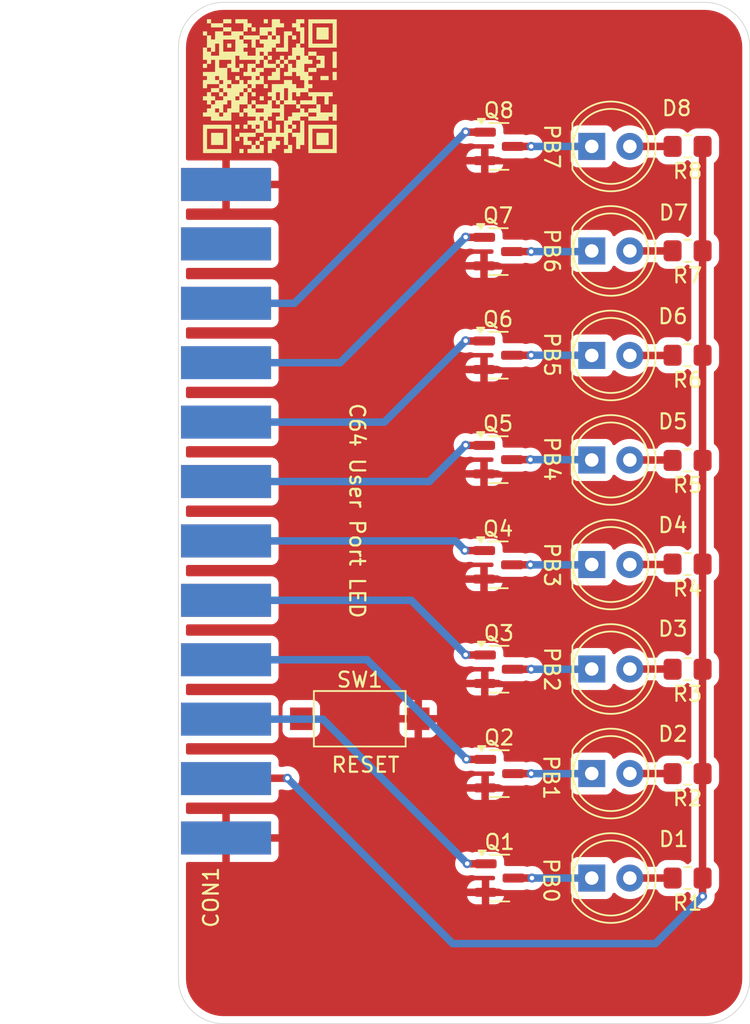
<source format=kicad_pcb>
(kicad_pcb (version 20241229) (generator "pcbnew") (generator_version "9.0")
  (layers (0 "F.Cu" signal) (2 "B.Cu" signal) (13 "F.Paste" user) (15 "B.Paste" user) (5 "F.SilkS" user "F.Silkscreen") (7 "B.SilkS" user "B.Silkscreen") (1 "F.Mask" user) (3 "B.Mask" user) (25 "Edge.Cuts" user))
  (net 0 "")
  (net 1 "Net-(CON1-PB2)")
  (net 2 "GND")
  (net 3 "+5V")
  (net 4 "Net-(CON1-PB6)")
  (net 7 "Net-(CON1-PB3)")
  (net 12 "Net-(CON1-PB4)")
  (net 13 "Net-(CON1-PB7)")
  (net 15 "Net-(CON1-{slash}RST)")
  (net 17 "Net-(CON1-PB0)")
  (net 18 "Net-(CON1-PB1)")
  (net 19 "Net-(CON1-PB5)")
  (net 22 "Net-(D1-K)")
  (net 23 "Net-(D1-A)")
  (net 24 "Net-(D2-A)")
  (net 25 "Net-(D2-K)")
  (net 26 "Net-(D3-K)")
  (net 27 "Net-(D3-A)")
  (net 28 "Net-(D4-A)")
  (net 29 "Net-(D4-K)")
  (net 30 "Net-(D5-K)")
  (net 31 "Net-(D5-A)")
  (net 32 "Net-(D6-A)")
  (net 33 "Net-(D6-K)")
  (net 34 "Net-(D7-K)")
  (net 35 "Net-(D7-A)")
  (net 36 "Net-(D8-A)")
  (net 37 "Net-(D8-K)")
  (footprint "Package_TO_SOT_SMD:SOT-23" (layer "F.Cu") (at 153.2913 125.3744)
    (property "Reference" "Q1" (at 0 -2.4 0) (layer "F.SilkS"))
    (property "Value" "PDTC143ET,215")
    (pad "1" smd roundrect (at -0.9375 -0.95) (size 1.475 0.6) (layers "F.Cu" "F.Mask" "F.Paste") (net 17 "Net-(CON1-PB0)"))
    (pad "2" smd roundrect (at -0.9375 0.95) (size 1.475 0.6) (layers "F.Cu" "F.Mask" "F.Paste") (net 2 "GND"))
    (pad "3" smd roundrect (at 0.9375 0) (size 1.475 0.6) (layers "F.Cu" "F.Mask" "F.Paste") (net 22 "Net-(D1-K)"))
  )
  (footprint "Package_TO_SOT_SMD:SOT-23" (layer "F.Cu") (at 153.1897 83.6168)
    (property "Reference" "Q7" (at 0 -2.4 0) (layer "F.SilkS"))
    (property "Value" "PDTC143ET,215")
    (pad "1" smd roundrect (at -0.9375 -0.95) (size 1.475 0.6) (layers "F.Cu" "F.Mask" "F.Paste") (net 4 "Net-(CON1-PB6)"))
    (pad "2" smd roundrect (at -0.9375 0.95) (size 1.475 0.6) (layers "F.Cu" "F.Mask" "F.Paste") (net 2 "GND"))
    (pad "3" smd roundrect (at 0.9375 0) (size 1.475 0.6) (layers "F.Cu" "F.Mask" "F.Paste") (net 34 "Net-(D7-K)"))
  )
  (footprint "kicad-snk-retro:C64-User-Port-Female_Single-GND" (layer "F.Cu") (at 132.0518 100.9226 -90)
    (property "Reference" "CON1" (at 25.74 -2 90) (layer "F.SilkS"))
    (property "Value" "C64-UserPort-Sym")
    (pad "1" smd rect (at -21.78 -3 270) (size 2.2 6) (layers "F.Cu" "F.Mask" "F.Paste") (net 2 "GND"))
    (pad "1" smd rect (at -21.78 -3 270) (size 2.2 6) (layers "B.Cu" "B.Mask" "B.Paste") (net 2 "GND"))
    (pad "1" smd rect (at 21.78 -3 270) (size 2.2 6) (layers "F.Cu" "F.Mask" "F.Paste") (net 2 "GND"))
    (pad "1" smd rect (at 21.78 -3 270) (size 2.2 6) (layers "B.Cu" "B.Mask" "B.Paste") (net 2 "GND"))
    (pad "2" smd rect (at 17.82 -3 270) (size 2.2 6) (layers "F.Cu" "F.Mask" "F.Paste") (net 3 "+5V"))
    (pad "3" smd rect (at 13.86 -3 270) (size 2.2 6) (layers "F.Cu" "F.Mask" "F.Paste") (net 15 "Net-(CON1-{slash}RST)"))
    (pad "4" smd rect (at 9.9 -3 270) (size 2.2 6) (layers "F.Cu" "F.Mask" "F.Paste"))
    (pad "5" smd rect (at 5.94 -3 270) (size 2.2 6) (layers "F.Cu" "F.Mask" "F.Paste"))
    (pad "6" smd rect (at 1.98 -3 270) (size 2.2 6) (layers "F.Cu" "F.Mask" "F.Paste"))
    (pad "7" smd rect (at -1.98 -3 270) (size 2.2 6) (layers "F.Cu" "F.Mask" "F.Paste"))
    (pad "8" smd rect (at -5.94 -3 270) (size 2.2 6) (layers "F.Cu" "F.Mask" "F.Paste"))
    (pad "9" smd rect (at -9.9 -3 270) (size 2.2 6) (layers "F.Cu" "F.Mask" "F.Paste"))
    (pad "10" smd rect (at -13.86 -3 270) (size 2.2 6) (layers "F.Cu" "F.Mask" "F.Paste"))
    (pad "11" smd rect (at -17.82 -3 270) (size 2.2 6) (layers "F.Cu" "F.Mask" "F.Paste"))
    (pad "B" smd rect (at 17.82 -3 270) (size 2.2 6) (layers "B.Cu" "B.Mask" "B.Paste"))
    (pad "C" smd rect (at 13.86 -3 270) (size 2.2 6) (layers "B.Cu" "B.Mask" "B.Paste") (net 17 "Net-(CON1-PB0)"))
    (pad "D" smd rect (at 9.9 -3 270) (size 2.2 6) (layers "B.Cu" "B.Mask" "B.Paste") (net 18 "Net-(CON1-PB1)"))
    (pad "E" smd rect (at 5.94 -3 270) (size 2.2 6) (layers "B.Cu" "B.Mask" "B.Paste") (net 1 "Net-(CON1-PB2)"))
    (pad "F" smd rect (at 1.98 -3 270) (size 2.2 6) (layers "B.Cu" "B.Mask" "B.Paste") (net 7 "Net-(CON1-PB3)"))
    (pad "H" smd rect (at -1.98 -3 270) (size 2.2 6) (layers "B.Cu" "B.Mask" "B.Paste") (net 12 "Net-(CON1-PB4)"))
    (pad "J" smd rect (at -5.94 -3 270) (size 2.2 6) (layers "B.Cu" "B.Mask" "B.Paste") (net 19 "Net-(CON1-PB5)"))
    (pad "K" smd rect (at -9.9 -3 270) (size 2.2 6) (layers "B.Cu" "B.Mask" "B.Paste") (net 4 "Net-(CON1-PB6)"))
    (pad "L" smd rect (at -13.86 -3 270) (size 2.2 6) (layers "B.Cu" "B.Mask" "B.Paste") (net 13 "Net-(CON1-PB7)"))
    (pad "M" smd rect (at -17.82 -3 270) (size 2.2 6) (layers "B.Cu" "B.Mask" "B.Paste"))
  )
  (footprint "Package_TO_SOT_SMD:SOT-23" (layer "F.Cu") (at 153.1897 97.4852)
    (property "Reference" "Q5" (at 0 -2.4 0) (layer "F.SilkS"))
    (property "Value" "PDTC143ET,215")
    (pad "1" smd roundrect (at -0.9375 -0.95) (size 1.475 0.6) (layers "F.Cu" "F.Mask" "F.Paste") (net 12 "Net-(CON1-PB4)"))
    (pad "2" smd roundrect (at -0.9375 0.95) (size 1.475 0.6) (layers "F.Cu" "F.Mask" "F.Paste") (net 2 "GND"))
    (pad "3" smd roundrect (at 0.9375 0) (size 1.475 0.6) (layers "F.Cu" "F.Mask" "F.Paste") (net 30 "Net-(D5-K)"))
  )
  (footprint "Package_TO_SOT_SMD:SOT-23" (layer "F.Cu") (at 153.2636 118.4148)
    (property "Reference" "Q2" (at 0 -2.4 0) (layer "F.SilkS"))
    (property "Value" "PDTC143ET,215")
    (pad "1" smd roundrect (at -0.9375 -0.95) (size 1.475 0.6) (layers "F.Cu" "F.Mask" "F.Paste") (net 18 "Net-(CON1-PB1)"))
    (pad "2" smd roundrect (at -0.9375 0.95) (size 1.475 0.6) (layers "F.Cu" "F.Mask" "F.Paste") (net 2 "GND"))
    (pad "3" smd roundrect (at 0.9375 0) (size 1.475 0.6) (layers "F.Cu" "F.Mask" "F.Paste") (net 25 "Net-(D2-K)"))
  )
  (footprint "Package_TO_SOT_SMD:SOT-23" (layer "F.Cu") (at 153.2405 111.4552)
    (property "Reference" "Q3" (at 0 -2.4 0) (layer "F.SilkS"))
    (property "Value" "PDTC143ET,215")
    (pad "1" smd roundrect (at -0.9375 -0.95) (size 1.475 0.6) (layers "F.Cu" "F.Mask" "F.Paste") (net 1 "Net-(CON1-PB2)"))
    (pad "2" smd roundrect (at -0.9375 0.95) (size 1.475 0.6) (layers "F.Cu" "F.Mask" "F.Paste") (net 2 "GND"))
    (pad "3" smd roundrect (at 0.9375 0) (size 1.475 0.6) (layers "F.Cu" "F.Mask" "F.Paste") (net 26 "Net-(D3-K)"))
  )
  (footprint "Resistor_SMD:R_0805_2012Metric_Pad1.20x1.40mm_HandSolder" (layer "F.Cu") (at 165.8272 83.566 180)
    (property "Reference" "R7" (at 0 -1.65 0) (layer "F.SilkS"))
    (property "Value" "330R")
    (pad "1" smd roundrect (at -1 0 180) (size 1.2 1.4) (layers "F.Cu" "F.Mask" "F.Paste") (roundrect_rratio 0.208333) (net 3 "+5V"))
    (pad "2" smd roundrect (at 1 0 180) (size 1.2 1.4) (layers "F.Cu" "F.Mask" "F.Paste") (roundrect_rratio 0.208333) (net 35 "Net-(D7-A)"))
  )
  (footprint "Resistor_SMD:R_0805_2012Metric_Pad1.20x1.40mm_HandSolder" (layer "F.Cu") (at 165.8272 90.5256 180)
    (property "Reference" "R6" (at 0 -1.65 0) (layer "F.SilkS"))
    (property "Value" "330R")
    (pad "1" smd roundrect (at -1 0 180) (size 1.2 1.4) (layers "F.Cu" "F.Mask" "F.Paste") (roundrect_rratio 0.208333) (net 3 "+5V"))
    (pad "2" smd roundrect (at 1 0 180) (size 1.2 1.4) (layers "F.Cu" "F.Mask" "F.Paste") (roundrect_rratio 0.208333) (net 32 "Net-(D6-A)"))
  )
  (footprint "LED_THT:LED_D5.0mm" (layer "F.Cu") (at 159.4374 111.440686)
    (property "Reference" "D3" (at 5.4086 -2.677886 0) (layer "F.SilkS"))
    (property "Value" "LED")
    (pad "1" thru_hole rect (at 0 0) (size 1.8 1.8) (drill 0.9) (layers "*.Cu" "*.Mask") (net 26 "Net-(D3-K)"))
    (pad "2" thru_hole circle (at 2.54 0) (size 1.8 1.8) (drill 0.9) (layers "*.Cu" "*.Mask") (net 27 "Net-(D3-A)"))
  )
  (footprint "Button_Switch_SMD:SW_SPST_CK_RS282G05A3" (layer "F.Cu") (at 143.9672 114.7572)
    (property "Reference" "SW1" (at 0 -2.6 0) (layer "F.SilkS"))
    (property "Value" "SW_Push")
    (pad "1" smd rect (at -3.9 0) (size 1.5 1.5) (layers "F.Cu" "F.Mask" "F.Paste") (net 15 "Net-(CON1-{slash}RST)"))
    (pad "2" smd rect (at 3.9 0) (size 1.5 1.5) (layers "F.Cu" "F.Mask" "F.Paste") (net 2 "GND"))
  )
  (footprint "LED_THT:LED_D5.0mm" (layer "F.Cu") (at 159.4374 76.6064)
    (property "Reference" "D8" (at 5.6626 -2.54 0) (layer "F.SilkS"))
    (property "Value" "LED")
    (pad "1" thru_hole rect (at 0 0) (size 1.8 1.8) (drill 0.9) (layers "*.Cu" "*.Mask") (net 37 "Net-(D8-K)"))
    (pad "2" thru_hole circle (at 2.54 0) (size 1.8 1.8) (drill 0.9) (layers "*.Cu" "*.Mask") (net 36 "Net-(D8-A)"))
  )
  (footprint "Package_TO_SOT_SMD:SOT-23" (layer "F.Cu") (at 153.1897 104.4956)
    (property "Reference" "Q4" (at 0 -2.4 0) (layer "F.SilkS"))
    (property "Value" "PDTC143ET,215")
    (pad "1" smd roundrect (at -0.9375 -0.95) (size 1.475 0.6) (layers "F.Cu" "F.Mask" "F.Paste") (net 7 "Net-(CON1-PB3)"))
    (pad "2" smd roundrect (at -0.9375 0.95) (size 1.475 0.6) (layers "F.Cu" "F.Mask" "F.Paste") (net 2 "GND"))
    (pad "3" smd roundrect (at 0.9375 0) (size 1.475 0.6) (layers "F.Cu" "F.Mask" "F.Paste") (net 29 "Net-(D4-K)"))
  )
  (footprint "Package_TO_SOT_SMD:SOT-23" (layer "F.Cu") (at 153.1897 90.5256)
    (property "Reference" "Q6" (at 0 -2.4 0) (layer "F.SilkS"))
    (property "Value" "PDTC143ET,215")
    (pad "1" smd roundrect (at -0.9375 -0.95) (size 1.475 0.6) (layers "F.Cu" "F.Mask" "F.Paste") (net 19 "Net-(CON1-PB5)"))
    (pad "2" smd roundrect (at -0.9375 0.95) (size 1.475 0.6) (layers "F.Cu" "F.Mask" "F.Paste") (net 2 "GND"))
    (pad "3" smd roundrect (at 0.9375 0) (size 1.475 0.6) (layers "F.Cu" "F.Mask" "F.Paste") (net 33 "Net-(D6-K)"))
  )
  (footprint "LED_THT:LED_D5.0mm" (layer "F.Cu") (at 159.4374 104.473829)
    (property "Reference" "D4" (at 5.4086 -2.619829 0) (layer "F.SilkS"))
    (property "Value" "LED")
    (pad "1" thru_hole rect (at 0 0) (size 1.8 1.8) (drill 0.9) (layers "*.Cu" "*.Mask") (net 29 "Net-(D4-K)"))
    (pad "2" thru_hole circle (at 2.54 0) (size 1.8 1.8) (drill 0.9) (layers "*.Cu" "*.Mask") (net 28 "Net-(D4-A)"))
  )
  (footprint "Resistor_SMD:R_0805_2012Metric_Pad1.20x1.40mm_HandSolder" (layer "F.Cu") (at 165.8272 97.536 180)
    (property "Reference" "R5" (at 0 -1.65 0) (layer "F.SilkS"))
    (property "Value" "330R")
    (pad "1" smd roundrect (at -1 0 180) (size 1.2 1.4) (layers "F.Cu" "F.Mask" "F.Paste") (roundrect_rratio 0.208333) (net 3 "+5V"))
    (pad "2" smd roundrect (at 1 0 180) (size 1.2 1.4) (layers "F.Cu" "F.Mask" "F.Paste") (roundrect_rratio 0.208333) (net 31 "Net-(D5-A)"))
  )
  (footprint "LED_THT:LED_D5.0mm" (layer "F.Cu") (at 159.4374 90.540114)
    (property "Reference" "D6" (at 5.4086 -2.605314 0) (layer "F.SilkS"))
    (property "Value" "LED")
    (pad "1" thru_hole rect (at 0 0) (size 1.8 1.8) (drill 0.9) (layers "*.Cu" "*.Mask") (net 33 "Net-(D6-K)"))
    (pad "2" thru_hole circle (at 2.54 0) (size 1.8 1.8) (drill 0.9) (layers "*.Cu" "*.Mask") (net 32 "Net-(D6-A)"))
  )
  (footprint "Package_TO_SOT_SMD:SOT-23" (layer "F.Cu") (at 153.2405 76.6064)
    (property "Reference" "Q8" (at 0 -2.4 0) (layer "F.SilkS"))
    (property "Value" "PDTC143ET,215")
    (pad "1" smd roundrect (at -0.9375 -0.95) (size 1.475 0.6) (layers "F.Cu" "F.Mask" "F.Paste") (net 13 "Net-(CON1-PB7)"))
    (pad "2" smd roundrect (at -0.9375 0.95) (size 1.475 0.6) (layers "F.Cu" "F.Mask" "F.Paste") (net 2 "GND"))
    (pad "3" smd roundrect (at 0.9375 0) (size 1.475 0.6) (layers "F.Cu" "F.Mask" "F.Paste") (net 37 "Net-(D8-K)"))
  )
  (footprint "LED_THT:LED_D5.0mm" (layer "F.Cu") (at 159.4374 83.573257)
    (property "Reference" "D7" (at 5.4594 -2.547257 0) (layer "F.SilkS"))
    (property "Value" "LED")
    (pad "1" thru_hole rect (at 0 0) (size 1.8 1.8) (drill 0.9) (layers "*.Cu" "*.Mask") (net 34 "Net-(D7-K)"))
    (pad "2" thru_hole circle (at 2.54 0) (size 1.8 1.8) (drill 0.9) (layers "*.Cu" "*.Mask") (net 35 "Net-(D7-A)"))
  )
  (footprint "Resistor_SMD:R_0805_2012Metric_Pad1.20x1.40mm_HandSolder" (layer "F.Cu") (at 165.8272 111.4552 180)
    (property "Reference" "R3" (at 0 -1.65 0) (layer "F.SilkS"))
    (property "Value" "330R")
    (pad "1" smd roundrect (at -1 0 180) (size 1.2 1.4) (layers "F.Cu" "F.Mask" "F.Paste") (roundrect_rratio 0.208333) (net 3 "+5V"))
    (pad "2" smd roundrect (at 1 0 180) (size 1.2 1.4) (layers "F.Cu" "F.Mask" "F.Paste") (roundrect_rratio 0.208333) (net 27 "Net-(D3-A)"))
  )
  (footprint "LED_THT:LED_D5.0mm" (layer "F.Cu") (at 159.4374 118.407543)
    (property "Reference" "D2" (at 5.4086 -2.634343 0) (layer "F.SilkS"))
    (property "Value" "LED")
    (pad "1" thru_hole rect (at 0 0) (size 1.8 1.8) (drill 0.9) (layers "*.Cu" "*.Mask") (net 25 "Net-(D2-K)"))
    (pad "2" thru_hole circle (at 2.54 0) (size 1.8 1.8) (drill 0.9) (layers "*.Cu" "*.Mask") (net 24 "Net-(D2-A)"))
  )
  (footprint "Resistor_SMD:R_0805_2012Metric_Pad1.20x1.40mm_HandSolder" (layer "F.Cu") (at 165.8272 118.4148 180)
    (property "Reference" "R2" (at 0 -1.65 0) (layer "F.SilkS"))
    (property "Value" "330R")
    (pad "1" smd roundrect (at -1 0 180) (size 1.2 1.4) (layers "F.Cu" "F.Mask" "F.Paste") (roundrect_rratio 0.208333) (net 3 "+5V"))
    (pad "2" smd roundrect (at 1 0 180) (size 1.2 1.4) (layers "F.Cu" "F.Mask" "F.Paste") (roundrect_rratio 0.208333) (net 24 "Net-(D2-A)"))
  )
  (footprint "LED_THT:LED_D5.0mm" (layer "F.Cu") (at 159.4374 125.3744)
    (property "Reference" "D1" (at 5.4594 -2.5908 0) (layer "F.SilkS"))
    (property "Value" "LED")
    (pad "1" thru_hole rect (at 0 0) (size 1.8 1.8) (drill 0.9) (layers "*.Cu" "*.Mask") (net 22 "Net-(D1-K)"))
    (pad "2" thru_hole circle (at 2.54 0) (size 1.8 1.8) (drill 0.9) (layers "*.Cu" "*.Mask") (net 23 "Net-(D1-A)"))
  )
  (footprint "Resistor_SMD:R_0805_2012Metric_Pad1.20x1.40mm_HandSolder" (layer "F.Cu") (at 165.8272 76.6064 180)
    (property "Reference" "R8" (at 0 -1.65 0) (layer "F.SilkS"))
    (property "Value" "330R")
    (pad "1" smd roundrect (at -1 0 180) (size 1.2 1.4) (layers "F.Cu" "F.Mask" "F.Paste") (roundrect_rratio 0.208333) (net 3 "+5V"))
    (pad "2" smd roundrect (at 1 0 180) (size 1.2 1.4) (layers "F.Cu" "F.Mask" "F.Paste") (roundrect_rratio 0.208333) (net 36 "Net-(D8-A)"))
  )
  (footprint "Resistor_SMD:R_0805_2012Metric_Pad1.20x1.40mm_HandSolder" (layer "F.Cu") (at 165.8272 125.3744 180)
    (property "Reference" "R1" (at 0 -1.65 0) (layer "F.SilkS"))
    (property "Value" "330R")
    (pad "1" smd roundrect (at -1 0 180) (size 1.2 1.4) (layers "F.Cu" "F.Mask" "F.Paste") (roundrect_rratio 0.208333) (net 3 "+5V"))
    (pad "2" smd roundrect (at 1 0 180) (size 1.2 1.4) (layers "F.Cu" "F.Mask" "F.Paste") (roundrect_rratio 0.208333) (net 23 "Net-(D1-A)"))
  )
  (footprint "LED_THT:LED_D5.0mm" (layer "F.Cu") (at 159.4374 97.506971)
    (property "Reference" "D5" (at 5.4086 -2.561771 0) (layer "F.SilkS"))
    (property "Value" "LED")
    (pad "1" thru_hole rect (at 0 0) (size 1.8 1.8) (drill 0.9) (layers "*.Cu" "*.Mask") (net 30 "Net-(D5-K)"))
    (pad "2" thru_hole circle (at 2.54 0) (size 1.8 1.8) (drill 0.9) (layers "*.Cu" "*.Mask") (net 31 "Net-(D5-A)"))
  )
  (footprint "LOGO" (layer "F.Cu") (at 137.9728 72.5932 180)
    (property "Reference" "G***" (hide yes))
    (property "Value" "LOGO" (hide yes))
  )
  (footprint "Resistor_SMD:R_0805_2012Metric_Pad1.20x1.40mm_HandSolder" (layer "F.Cu") (at 165.8272 104.4448 180)
    (property "Reference" "R4" (at 0 -1.65 0) (layer "F.SilkS"))
    (property "Value" "330R")
    (pad "1" smd roundrect (at -1 0 180) (size 1.2 1.4) (layers "F.Cu" "F.Mask" "F.Paste") (roundrect_rratio 0.208333) (net 3 "+5V"))
    (pad "2" smd roundrect (at 1 0 180) (size 1.2 1.4) (layers "F.Cu" "F.Mask" "F.Paste") (roundrect_rratio 0.208333) (net 28 "Net-(D4-A)"))
  )
  (gr_line (start 169.9768 70.0052) (end 169.9768 132.0772) (stroke (width 0.05)) (layer "Edge.Cuts"))
  (gr_line (start 134.8768 67.0052) (end 166.9768 67.0052) (stroke (width 0.05)) (layer "Edge.Cuts"))
  (gr_line (start 131.8768 132.0772) (end 131.8768 70.0052) (stroke (width 0.05)) (layer "Edge.Cuts"))
  (gr_arc (start 166.9768 67.0052) (mid 169.09812 67.88388) (end 169.9768 70.0052) (stroke (width 0.05)) (layer "Edge.Cuts"))
  (gr_arc (start 134.8768 135.0772) (mid 132.75548 134.19852) (end 131.8768 132.0772) (stroke (width 0.05)) (layer "Edge.Cuts"))
  (gr_line (start 166.9768 135.0772) (end 134.8768 135.0772) (stroke (width 0.05)) (layer "Edge.Cuts"))
  (gr_arc (start 131.8768 70.0052) (mid 132.75548 67.88388) (end 134.8768 67.0052) (stroke (width 0.05)) (layer "Edge.Cuts"))
  (gr_arc (start 169.9768 132.0772) (mid 169.09812 134.19852) (end 166.9768 135.0772) (stroke (width 0.05)) (layer "Edge.Cuts"))
  (gr_text "PB0" (at 156.1404 123.952 270) (layer "F.SilkS") (effects (font (size 1 1)) (justify left bottom)))
  (gr_text "C64 User Port LED" (at 143.2052 93.6244 270) (layer "F.SilkS") (effects (font (size 1 1)) (justify left bottom)))
  (gr_text "PB7" (at 156.1912 75.0316 270) (layer "F.SilkS") (effects (font (size 1 1)) (justify left bottom)))
  (gr_text "PB3" (at 156.1912 102.9208 270) (layer "F.SilkS") (effects (font (size 1 1)) (justify left bottom)))
  (gr_text "PB6" (at 156.1912 81.9912 270) (layer "F.SilkS") (effects (font (size 1 1)) (justify left bottom)))
  (gr_text "RESET" (at 141.986 118.4148 0) (layer "F.SilkS") (effects (font (size 1 1)) (justify left bottom)))
  (gr_text "PB1" (at 156.1404 117.094 270) (layer "F.SilkS") (effects (font (size 1 1)) (justify left bottom)))
  (gr_text "PB2" (at 156.1912 109.8804 270) (layer "F.SilkS") (effects (font (size 1 1)) (justify left bottom)))
  (gr_text "PB5" (at 156.1912 88.9 270) (layer "F.SilkS") (effects (font (size 1 1)) (justify left bottom)))
  (gr_text "PB4" (at 156.1912 95.8596 270) (layer "F.SilkS") (effects (font (size 1 1)) (justify left bottom)))
  (segment (start 151.0436 110.5052) (end 151.0284 110.49) (width 0.5) (layer "F.Cu") (net 1))
  (segment (start 152.303 110.5052) (end 151.0436 110.5052) (width 0.5) (layer "F.Cu") (net 1))
  (via (at 151.0284 110.49) (size 0.6) (drill 0.3) (layers "F.Cu" "B.Cu") (net 1))
  (segment (start 147.401 106.8626) (end 135.0518 106.8626) (width 0.5) (layer "B.Cu") (net 1))
  (segment (start 151.0284 110.49) (end 147.401 106.8626) (width 0.5) (layer "B.Cu") (net 1))
  (segment (start 166.8272 125.3744) (end 166.8272 76.6064) (width 0.5) (layer "F.Cu") (net 3))
  (segment (start 166.8272 125.3744) (end 166.8272 126.5936) (width 0.5) (layer "F.Cu") (net 3))
  (segment (start 139.1412 118.7196) (end 135.0748 118.7196) (width 0.5) (layer "F.Cu") (net 3))
  (segment (start 135.0748 118.7196) (end 135.0518 118.7426) (width 0.5) (layer "F.Cu") (net 3))
  (via (at 166.8272 126.5936) (size 0.6) (drill 0.3) (layers "F.Cu" "B.Cu") (net 3))
  (via (at 139.1412 118.7196) (size 0.6) (drill 0.3) (layers "F.Cu" "B.Cu") (net 3))
  (segment (start 150.1648 129.7432) (end 139.1412 118.7196) (width 0.5) (layer "B.Cu") (net 3))
  (segment (start 166.8272 126.5936) (end 163.6776 129.7432) (width 0.5) (layer "B.Cu") (net 3))
  (segment (start 163.6776 129.7432) (end 150.1648 129.7432) (width 0.5) (layer "B.Cu") (net 3))
  (segment (start 152.2522 82.6668) (end 151.0436 82.6668) (width 0.5) (layer "F.Cu") (net 4))
  (segment (start 151.0436 82.6668) (end 151.0284 82.6516) (width 0.5) (layer "F.Cu") (net 4))
  (via (at 151.0284 82.6516) (size 0.6) (drill 0.3) (layers "F.Cu" "B.Cu") (net 4))
  (segment (start 151.0284 82.6516) (end 142.6574 91.0226) (width 0.5) (layer "B.Cu") (net 4))
  (segment (start 142.6574 91.0226) (end 135.0518 91.0226) (width 0.5) (layer "B.Cu") (net 4))
  (segment (start 150.9928 103.5456) (end 150.9776 103.5304) (width 0.5) (layer "F.Cu") (net 7))
  (segment (start 152.2522 103.5456) (end 150.9928 103.5456) (width 0.5) (layer "F.Cu") (net 7))
  (via (at 150.9776 103.5304) (size 0.6) (drill 0.3) (layers "F.Cu" "B.Cu") (net 7))
  (segment (start 150.9776 103.5304) (end 150.3498 102.9026) (width 0.5) (layer "B.Cu") (net 7))
  (segment (start 150.3498 102.9026) (end 135.0518 102.9026) (width 0.5) (layer "B.Cu") (net 7))
  (segment (start 152.2522 96.5352) (end 151.0436 96.5352) (width 0.5) (layer "F.Cu") (net 12))
  (segment (start 151.0436 96.5352) (end 151.0284 96.52) (width 0.5) (layer "F.Cu") (net 12))
  (via (at 151.0284 96.52) (size 0.6) (drill 0.3) (layers "F.Cu" "B.Cu") (net 12))
  (segment (start 151.0284 96.52) (end 148.6058 98.9426) (width 0.5) (layer "B.Cu") (net 12))
  (segment (start 148.6058 98.9426) (end 135.0518 98.9426) (width 0.5) (layer "B.Cu") (net 12))
  (segment (start 152.303 75.6564) (end 151.0436 75.6564) (width 0.5) (layer "F.Cu") (net 13))
  (segment (start 151.0436 75.6564) (end 151.0284 75.6412) (width 0.5) (layer "F.Cu") (net 13))
  (via (at 151.0284 75.6412) (size 0.6) (drill 0.3) (layers "F.Cu" "B.Cu") (net 13))
  (segment (start 151.0284 75.6412) (end 139.607 87.0626) (width 0.5) (layer "B.Cu") (net 13))
  (segment (start 139.607 87.0626) (end 135.0518 87.0626) (width 0.5) (layer "B.Cu") (net 13))
  (segment (start 152.3538 124.4244) (end 151.1452 124.4244) (width 0.5) (layer "F.Cu") (net 17))
  (segment (start 151.1452 124.4244) (end 151.13 124.4092) (width 0.5) (layer "F.Cu") (net 17))
  (via (at 151.13 124.4092) (size 0.6) (drill 0.3) (layers "F.Cu" "B.Cu") (net 17))
  (segment (start 151.13 124.4092) (end 141.5034 114.7826) (width 0.5) (layer "B.Cu") (net 17))
  (segment (start 141.5034 114.7826) (end 135.0518 114.7826) (width 0.5) (layer "B.Cu") (net 17))
  (segment (start 151.0944 117.4648) (end 151.0792 117.4496) (width 0.5) (layer "F.Cu") (net 18))
  (segment (start 152.3261 117.4648) (end 151.0944 117.4648) (width 0.5) (layer "F.Cu") (net 18))
  (via (at 151.0792 117.4496) (size 0.6) (drill 0.3) (layers "F.Cu" "B.Cu") (net 18))
  (segment (start 144.4522 110.8226) (end 135.0518 110.8226) (width 0.5) (layer "B.Cu") (net 18))
  (segment (start 151.0792 117.4496) (end 144.4522 110.8226) (width 0.5) (layer "B.Cu") (net 18))
  (segment (start 152.2522 89.5756) (end 151.0436 89.5756) (width 0.5) (layer "F.Cu") (net 19))
  (segment (start 151.0436 89.5756) (end 151.0284 89.5604) (width 0.5) (layer "F.Cu") (net 19))
  (via (at 151.0284 89.5604) (size 0.6) (drill 0.3) (layers "F.Cu" "B.Cu") (net 19))
  (segment (start 151.0284 89.5604) (end 145.6062 94.9826) (width 0.5) (layer "B.Cu") (net 19))
  (segment (start 145.6062 94.9826) (end 135.0518 94.9826) (width 0.5) (layer "B.Cu") (net 19))
  (segment (start 154.2288 125.3744) (end 155.448 125.3744) (width 0.5) (layer "F.Cu") (net 22))
  (via (at 155.448 125.3744) (size 0.6) (drill 0.3) (layers "F.Cu" "B.Cu") (net 22))
  (segment (start 155.448 125.3744) (end 159.4374 125.3744) (width 0.5) (layer "B.Cu") (net 22))
  (segment (start 161.9774 125.3744) (end 164.8272 125.3744) (width 0.5) (layer "F.Cu") (net 23))
  (segment (start 161.9774 118.407543) (end 164.819943 118.407543) (width 0.5) (layer "F.Cu") (net 24))
  (segment (start 164.819943 118.407543) (end 164.8272 118.4148) (width 0.5) (layer "F.Cu") (net 24))
  (segment (start 154.2011 118.4148) (end 155.3972 118.4148) (width 0.5) (layer "F.Cu") (net 25))
  (via (at 155.3972 118.4148) (size 0.6) (drill 0.3) (layers "F.Cu" "B.Cu") (net 25))
  (segment (start 159.430143 118.4148) (end 159.4374 118.407543) (width 0.5) (layer "B.Cu") (net 25))
  (segment (start 155.3972 118.4148) (end 159.430143 118.4148) (width 0.5) (layer "B.Cu") (net 25))
  (segment (start 154.178 111.4552) (end 155.3972 111.4552) (width 0.5) (layer "F.Cu") (net 26))
  (via (at 155.3972 111.4552) (size 0.6) (drill 0.3) (layers "F.Cu" "B.Cu") (net 26))
  (segment (start 155.3972 111.4552) (end 159.422886 111.4552) (width 0.5) (layer "B.Cu") (net 26))
  (segment (start 159.422886 111.4552) (end 159.4374 111.440686) (width 0.5) (layer "B.Cu") (net 26))
  (segment (start 161.9774 111.440686) (end 164.812686 111.440686) (width 0.5) (layer "F.Cu") (net 27))
  (segment (start 164.812686 111.440686) (end 164.8272 111.4552) (width 0.5) (layer "F.Cu") (net 27))
  (segment (start 161.9774 104.473829) (end 164.798171 104.473829) (width 0.5) (layer "F.Cu") (net 28))
  (segment (start 164.798171 104.473829) (end 164.8272 104.4448) (width 0.5) (layer "F.Cu") (net 28))
  (segment (start 154.1272 104.4956) (end 155.3464 104.4956) (width 0.5) (layer "F.Cu") (net 29))
  (via (at 155.3464 104.4956) (size 0.6) (drill 0.3) (layers "F.Cu" "B.Cu") (net 29))
  (segment (start 155.3464 104.4956) (end 159.415629 104.4956) (width 0.5) (layer "B.Cu") (net 29))
  (segment (start 159.415629 104.4956) (end 159.4374 104.473829) (width 0.5) (layer "B.Cu") (net 29))
  (segment (start 154.1272 97.4852) (end 155.3464 97.4852) (width 0.5) (layer "F.Cu") (net 30))
  (via (at 155.3464 97.4852) (size 0.6) (drill 0.3) (layers "F.Cu" "B.Cu") (net 30))
  (segment (start 155.3464 97.4852) (end 159.415629 97.4852) (width 0.5) (layer "B.Cu") (net 30))
  (segment (start 159.415629 97.4852) (end 159.4374 97.506971) (width 0.5) (layer "B.Cu") (net 30))
  (segment (start 161.9774 97.506971) (end 164.798171 97.506971) (width 0.5) (layer "F.Cu") (net 31))
  (segment (start 164.798171 97.506971) (end 164.8272 97.536) (width 0.5) (layer "F.Cu") (net 31))
  (segment (start 164.812686 90.540114) (end 164.8272 90.5256) (width 0.5) (layer "F.Cu") (net 32))
  (segment (start 161.9774 90.540114) (end 164.812686 90.540114) (width 0.5) (layer "F.Cu") (net 32))
  (segment (start 154.1272 90.5256) (end 155.3972 90.5256) (width 0.5) (layer "F.Cu") (net 33))
  (via (at 155.3972 90.5256) (size 0.6) (drill 0.3) (layers "F.Cu" "B.Cu") (net 33))
  (segment (start 155.3972 90.5256) (end 159.422886 90.5256) (width 0.5) (layer "B.Cu") (net 33))
  (segment (start 159.422886 90.5256) (end 159.4374 90.540114) (width 0.5) (layer "B.Cu") (net 33))
  (segment (start 154.1272 83.6168) (end 155.3972 83.6168) (width 0.5) (layer "F.Cu") (net 34))
  (via (at 155.3972 83.6168) (size 0.6) (drill 0.3) (layers "F.Cu" "B.Cu") (net 34))
  (segment (start 155.3972 83.6168) (end 159.393857 83.6168) (width 0.5) (layer "B.Cu") (net 34))
  (segment (start 159.393857 83.6168) (end 159.4374 83.573257) (width 0.5) (layer "B.Cu") (net 34))
  (segment (start 164.819943 83.573257) (end 164.8272 83.566) (width 0.5) (layer "F.Cu") (net 35))
  (segment (start 161.9774 83.573257) (end 164.819943 83.573257) (width 0.5) (layer "F.Cu") (net 35))
  (segment (start 161.9774 76.6064) (end 164.8272 76.6064) (width 0.5) (layer "F.Cu") (net 36))
  (segment (start 154.178 76.6064) (end 155.3972 76.6064) (width 0.5) (layer "F.Cu") (net 37))
  (via (at 155.3972 76.6064) (size 0.6) (drill 0.3) (layers "F.Cu" "B.Cu") (net 37))
  (segment (start 159.4374 76.6064) (end 155.3972 76.6064) (width 0.5) (layer "B.Cu") (net 37))
  (zone (net 2) (net_name "GND") (layer "F.Cu") (priority 1) (connect_pads (clearance 0.5)) (min_thickness 0.25) (fill yes (thermal_gap 0.5) (thermal_bridge_width 0.5))
    (polygon (pts (xy 131.8768 67.0052) (xy 169.9768 67.0052) (xy 169.9768 135.0772) (xy 131.8768 135.0772)))
  )
)
</source>
